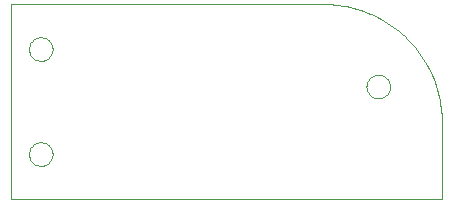
<source format=gbp>
G75*
%MOIN*%
%OFA0B0*%
%FSLAX24Y24*%
%IPPOS*%
%LPD*%
%AMOC8*
5,1,8,0,0,1.08239X$1,22.5*
%
%ADD10C,0.0000*%
D10*
X000680Y001000D02*
X000680Y007496D01*
X011113Y007496D01*
X012536Y004750D02*
X012538Y004789D01*
X012544Y004828D01*
X012554Y004866D01*
X012567Y004903D01*
X012584Y004938D01*
X012604Y004972D01*
X012628Y005003D01*
X012655Y005032D01*
X012684Y005058D01*
X012716Y005081D01*
X012750Y005101D01*
X012786Y005117D01*
X012823Y005129D01*
X012862Y005138D01*
X012901Y005143D01*
X012940Y005144D01*
X012979Y005141D01*
X013018Y005134D01*
X013055Y005123D01*
X013092Y005109D01*
X013127Y005091D01*
X013160Y005070D01*
X013191Y005045D01*
X013219Y005018D01*
X013244Y004988D01*
X013266Y004955D01*
X013285Y004921D01*
X013300Y004885D01*
X013312Y004847D01*
X013320Y004809D01*
X013324Y004770D01*
X013324Y004730D01*
X013320Y004691D01*
X013312Y004653D01*
X013300Y004615D01*
X013285Y004579D01*
X013266Y004545D01*
X013244Y004512D01*
X013219Y004482D01*
X013191Y004455D01*
X013160Y004430D01*
X013127Y004409D01*
X013092Y004391D01*
X013055Y004377D01*
X013018Y004366D01*
X012979Y004359D01*
X012940Y004356D01*
X012901Y004357D01*
X012862Y004362D01*
X012823Y004371D01*
X012786Y004383D01*
X012750Y004399D01*
X012716Y004419D01*
X012684Y004442D01*
X012655Y004468D01*
X012628Y004497D01*
X012604Y004528D01*
X012584Y004562D01*
X012567Y004597D01*
X012554Y004634D01*
X012544Y004672D01*
X012538Y004711D01*
X012536Y004750D01*
X015050Y003559D02*
X015048Y003683D01*
X015042Y003806D01*
X015033Y003930D01*
X015019Y004052D01*
X015002Y004175D01*
X014980Y004297D01*
X014955Y004418D01*
X014926Y004538D01*
X014894Y004657D01*
X014857Y004776D01*
X014817Y004893D01*
X014774Y005008D01*
X014726Y005123D01*
X014675Y005235D01*
X014621Y005346D01*
X014563Y005456D01*
X014502Y005563D01*
X014437Y005669D01*
X014369Y005772D01*
X014298Y005873D01*
X014224Y005972D01*
X014147Y006069D01*
X014066Y006163D01*
X013983Y006254D01*
X013897Y006343D01*
X013808Y006429D01*
X013717Y006512D01*
X013623Y006593D01*
X013526Y006670D01*
X013427Y006744D01*
X013326Y006815D01*
X013223Y006883D01*
X013117Y006948D01*
X013010Y007009D01*
X012900Y007067D01*
X012789Y007121D01*
X012677Y007172D01*
X012562Y007220D01*
X012447Y007263D01*
X012330Y007303D01*
X012211Y007340D01*
X012092Y007372D01*
X011972Y007401D01*
X011851Y007426D01*
X011729Y007448D01*
X011606Y007465D01*
X011484Y007479D01*
X011360Y007488D01*
X011237Y007494D01*
X011113Y007496D01*
X015050Y003559D02*
X015050Y001000D01*
X000680Y001000D01*
X001286Y002500D02*
X001288Y002539D01*
X001294Y002578D01*
X001304Y002616D01*
X001317Y002653D01*
X001334Y002688D01*
X001354Y002722D01*
X001378Y002753D01*
X001405Y002782D01*
X001434Y002808D01*
X001466Y002831D01*
X001500Y002851D01*
X001536Y002867D01*
X001573Y002879D01*
X001612Y002888D01*
X001651Y002893D01*
X001690Y002894D01*
X001729Y002891D01*
X001768Y002884D01*
X001805Y002873D01*
X001842Y002859D01*
X001877Y002841D01*
X001910Y002820D01*
X001941Y002795D01*
X001969Y002768D01*
X001994Y002738D01*
X002016Y002705D01*
X002035Y002671D01*
X002050Y002635D01*
X002062Y002597D01*
X002070Y002559D01*
X002074Y002520D01*
X002074Y002480D01*
X002070Y002441D01*
X002062Y002403D01*
X002050Y002365D01*
X002035Y002329D01*
X002016Y002295D01*
X001994Y002262D01*
X001969Y002232D01*
X001941Y002205D01*
X001910Y002180D01*
X001877Y002159D01*
X001842Y002141D01*
X001805Y002127D01*
X001768Y002116D01*
X001729Y002109D01*
X001690Y002106D01*
X001651Y002107D01*
X001612Y002112D01*
X001573Y002121D01*
X001536Y002133D01*
X001500Y002149D01*
X001466Y002169D01*
X001434Y002192D01*
X001405Y002218D01*
X001378Y002247D01*
X001354Y002278D01*
X001334Y002312D01*
X001317Y002347D01*
X001304Y002384D01*
X001294Y002422D01*
X001288Y002461D01*
X001286Y002500D01*
X001286Y006000D02*
X001288Y006039D01*
X001294Y006078D01*
X001304Y006116D01*
X001317Y006153D01*
X001334Y006188D01*
X001354Y006222D01*
X001378Y006253D01*
X001405Y006282D01*
X001434Y006308D01*
X001466Y006331D01*
X001500Y006351D01*
X001536Y006367D01*
X001573Y006379D01*
X001612Y006388D01*
X001651Y006393D01*
X001690Y006394D01*
X001729Y006391D01*
X001768Y006384D01*
X001805Y006373D01*
X001842Y006359D01*
X001877Y006341D01*
X001910Y006320D01*
X001941Y006295D01*
X001969Y006268D01*
X001994Y006238D01*
X002016Y006205D01*
X002035Y006171D01*
X002050Y006135D01*
X002062Y006097D01*
X002070Y006059D01*
X002074Y006020D01*
X002074Y005980D01*
X002070Y005941D01*
X002062Y005903D01*
X002050Y005865D01*
X002035Y005829D01*
X002016Y005795D01*
X001994Y005762D01*
X001969Y005732D01*
X001941Y005705D01*
X001910Y005680D01*
X001877Y005659D01*
X001842Y005641D01*
X001805Y005627D01*
X001768Y005616D01*
X001729Y005609D01*
X001690Y005606D01*
X001651Y005607D01*
X001612Y005612D01*
X001573Y005621D01*
X001536Y005633D01*
X001500Y005649D01*
X001466Y005669D01*
X001434Y005692D01*
X001405Y005718D01*
X001378Y005747D01*
X001354Y005778D01*
X001334Y005812D01*
X001317Y005847D01*
X001304Y005884D01*
X001294Y005922D01*
X001288Y005961D01*
X001286Y006000D01*
M02*

</source>
